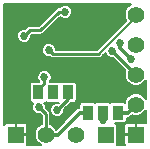
<source format=gbl>
G04 (created by PCBNEW (2013-may-18)-stable) date Wed 11 Feb 2015 08:06:24 PM EST*
%MOIN*%
G04 Gerber Fmt 3.4, Leading zero omitted, Abs format*
%FSLAX34Y34*%
G01*
G70*
G90*
G04 APERTURE LIST*
%ADD10C,0.00590551*%
%ADD11R,0.055X0.055*%
%ADD12C,0.055*%
%ADD13R,0.038X0.05*%
%ADD14C,0.027*%
%ADD15C,0.009*%
%ADD16C,0.012*%
%ADD17C,0.007*%
%ADD18C,0.01*%
%ADD19C,0.006*%
G04 APERTURE END LIST*
G54D10*
G54D11*
X77759Y-64311D03*
G54D12*
X77759Y-63311D03*
X77759Y-62311D03*
X77759Y-61311D03*
X77759Y-60311D03*
G54D11*
X76759Y-64311D03*
G54D12*
X75759Y-64311D03*
G54D11*
X73759Y-64311D03*
G54D12*
X74759Y-64311D03*
G54D13*
X77157Y-63586D03*
X76657Y-63586D03*
X76157Y-63586D03*
X75503Y-62893D03*
X75003Y-62893D03*
X74503Y-62893D03*
G54D14*
X76976Y-61523D03*
X74519Y-63401D03*
X74858Y-61500D03*
X75086Y-63944D03*
X77267Y-63000D03*
X77023Y-62110D03*
X73547Y-60929D03*
X74039Y-62854D03*
X74602Y-61913D03*
X76673Y-63039D03*
X75838Y-62358D03*
X73610Y-60377D03*
X74472Y-60574D03*
X76665Y-63834D03*
X75133Y-63496D03*
X75007Y-62866D03*
X74712Y-62401D03*
X75409Y-60220D03*
X74039Y-61015D03*
X77224Y-61263D03*
X77606Y-61799D03*
G54D15*
X76976Y-61523D02*
X76976Y-61527D01*
X76976Y-61527D02*
X77759Y-62311D01*
X74759Y-64311D02*
X74759Y-63641D01*
X74759Y-63641D02*
X74519Y-63401D01*
G54D16*
X76157Y-63586D02*
X75889Y-63586D01*
X75165Y-64311D02*
X74759Y-64311D01*
X75889Y-63586D02*
X75165Y-64311D01*
G54D17*
X76515Y-61629D02*
X77759Y-60385D01*
G54D15*
X74858Y-61500D02*
X74988Y-61629D01*
X74988Y-61629D02*
X76515Y-61629D01*
G54D17*
X77759Y-60385D02*
X77759Y-60311D01*
G54D15*
X77267Y-63000D02*
X77267Y-62354D01*
X77267Y-62354D02*
X77023Y-62110D01*
X74039Y-62854D02*
X74039Y-62476D01*
X74039Y-62476D02*
X74602Y-61913D01*
G54D18*
X76673Y-63039D02*
X76519Y-63039D01*
X76519Y-63039D02*
X75838Y-62358D01*
G54D16*
X74275Y-60377D02*
X73610Y-60377D01*
X74472Y-60574D02*
X74275Y-60377D01*
G54D15*
X76657Y-63826D02*
X76657Y-63586D01*
X76665Y-63834D02*
X76657Y-63826D01*
X75503Y-63125D02*
X75503Y-62893D01*
X75133Y-63496D02*
X75503Y-63125D01*
X75003Y-62870D02*
X75003Y-62893D01*
X75007Y-62866D02*
X75003Y-62870D01*
X74503Y-62811D02*
X74503Y-62893D01*
X74712Y-62602D02*
X74503Y-62811D01*
X74712Y-62401D02*
X74712Y-62602D01*
G54D16*
X77157Y-63586D02*
X77484Y-63586D01*
X77484Y-63586D02*
X77759Y-63311D01*
G54D18*
X75188Y-60220D02*
X75409Y-60220D01*
X74578Y-60830D02*
X75188Y-60220D01*
X74224Y-60830D02*
X74578Y-60830D01*
X74039Y-61015D02*
X74224Y-60830D01*
G54D16*
X77224Y-61263D02*
X77224Y-61421D01*
X77224Y-61421D02*
X77228Y-61421D01*
X77228Y-61421D02*
X77606Y-61799D01*
G54D10*
G36*
X78089Y-63125D02*
X78077Y-63098D01*
X77972Y-62993D01*
X77834Y-62936D01*
X77685Y-62935D01*
X77547Y-62992D01*
X77442Y-63098D01*
X77384Y-63236D01*
X77384Y-63243D01*
X77367Y-63236D01*
X77327Y-63236D01*
X76947Y-63236D01*
X76910Y-63251D01*
X76907Y-63255D01*
X76904Y-63251D01*
X76867Y-63236D01*
X76827Y-63236D01*
X76447Y-63236D01*
X76410Y-63251D01*
X76407Y-63255D01*
X76404Y-63251D01*
X76367Y-63236D01*
X76327Y-63236D01*
X75947Y-63236D01*
X75910Y-63251D01*
X75882Y-63279D01*
X75867Y-63316D01*
X75867Y-63356D01*
X75867Y-63431D01*
X75828Y-63438D01*
X75776Y-63473D01*
X75099Y-64150D01*
X75077Y-64098D01*
X74972Y-63993D01*
X74904Y-63965D01*
X74904Y-63641D01*
X74895Y-63595D01*
X74893Y-63586D01*
X74893Y-63586D01*
X74862Y-63539D01*
X74862Y-63539D01*
X74754Y-63431D01*
X74754Y-63355D01*
X74719Y-63268D01*
X74694Y-63243D01*
X74713Y-63243D01*
X74750Y-63228D01*
X74753Y-63225D01*
X74757Y-63228D01*
X74793Y-63243D01*
X74833Y-63243D01*
X75181Y-63243D01*
X75163Y-63261D01*
X75087Y-63261D01*
X75000Y-63296D01*
X74934Y-63362D01*
X74898Y-63449D01*
X74898Y-63542D01*
X74934Y-63629D01*
X75000Y-63695D01*
X75086Y-63731D01*
X75180Y-63731D01*
X75266Y-63695D01*
X75332Y-63629D01*
X75368Y-63543D01*
X75368Y-63466D01*
X75591Y-63243D01*
X75713Y-63243D01*
X75750Y-63228D01*
X75778Y-63200D01*
X75793Y-63163D01*
X75793Y-63123D01*
X75793Y-62623D01*
X75778Y-62587D01*
X75750Y-62558D01*
X75713Y-62543D01*
X75674Y-62543D01*
X75294Y-62543D01*
X75257Y-62558D01*
X75253Y-62562D01*
X75250Y-62558D01*
X75213Y-62543D01*
X75174Y-62543D01*
X74902Y-62543D01*
X74911Y-62534D01*
X74947Y-62448D01*
X74947Y-62355D01*
X74911Y-62268D01*
X74845Y-62202D01*
X74759Y-62166D01*
X74666Y-62166D01*
X74579Y-62202D01*
X74513Y-62268D01*
X74477Y-62354D01*
X74477Y-62448D01*
X74513Y-62534D01*
X74522Y-62543D01*
X74294Y-62543D01*
X74257Y-62558D01*
X74229Y-62586D01*
X74213Y-62623D01*
X74213Y-62663D01*
X74213Y-63163D01*
X74229Y-63200D01*
X74257Y-63228D01*
X74293Y-63243D01*
X74333Y-63243D01*
X74345Y-63243D01*
X74320Y-63268D01*
X74284Y-63354D01*
X74284Y-63448D01*
X74320Y-63534D01*
X74386Y-63600D01*
X74472Y-63636D01*
X74549Y-63636D01*
X74614Y-63701D01*
X74614Y-63965D01*
X74547Y-63992D01*
X74442Y-64098D01*
X74384Y-64236D01*
X74384Y-64385D01*
X74441Y-64523D01*
X74547Y-64628D01*
X74584Y-64644D01*
X74129Y-64644D01*
X74144Y-64608D01*
X74144Y-64564D01*
X74144Y-64057D01*
X74144Y-64014D01*
X74128Y-63973D01*
X74097Y-63942D01*
X74056Y-63926D01*
X73797Y-63926D01*
X73769Y-63953D01*
X73769Y-64301D01*
X74117Y-64301D01*
X74144Y-64273D01*
X74144Y-64057D01*
X74144Y-64564D01*
X74144Y-64348D01*
X74117Y-64321D01*
X73769Y-64321D01*
X73769Y-64328D01*
X73749Y-64328D01*
X73749Y-64321D01*
X73741Y-64321D01*
X73741Y-64301D01*
X73749Y-64301D01*
X73749Y-63953D01*
X73722Y-63926D01*
X73463Y-63926D01*
X73422Y-63942D01*
X73391Y-63973D01*
X73379Y-64002D01*
X73379Y-59970D01*
X77603Y-59970D01*
X77547Y-59992D01*
X77442Y-60098D01*
X77384Y-60236D01*
X77384Y-60385D01*
X77438Y-60515D01*
X76469Y-61484D01*
X75644Y-61484D01*
X75644Y-60173D01*
X75608Y-60087D01*
X75542Y-60021D01*
X75456Y-59985D01*
X75362Y-59985D01*
X75276Y-60021D01*
X75227Y-60070D01*
X75188Y-60070D01*
X75131Y-60081D01*
X75082Y-60114D01*
X74516Y-60680D01*
X74224Y-60680D01*
X74167Y-60692D01*
X74118Y-60724D01*
X74118Y-60724D01*
X74062Y-60780D01*
X73992Y-60780D01*
X73906Y-60816D01*
X73840Y-60882D01*
X73804Y-60968D01*
X73804Y-61062D01*
X73840Y-61148D01*
X73906Y-61214D01*
X73992Y-61250D01*
X74085Y-61250D01*
X74172Y-61215D01*
X74238Y-61149D01*
X74274Y-61062D01*
X74274Y-60992D01*
X74286Y-60980D01*
X74578Y-60980D01*
X74636Y-60969D01*
X74636Y-60969D01*
X74684Y-60936D01*
X75239Y-60382D01*
X75276Y-60419D01*
X75362Y-60455D01*
X75455Y-60455D01*
X75542Y-60419D01*
X75608Y-60353D01*
X75644Y-60267D01*
X75644Y-60173D01*
X75644Y-61484D01*
X75093Y-61484D01*
X75093Y-61453D01*
X75057Y-61367D01*
X74991Y-61300D01*
X74905Y-61265D01*
X74811Y-61264D01*
X74725Y-61300D01*
X74659Y-61366D01*
X74623Y-61453D01*
X74623Y-61546D01*
X74658Y-61632D01*
X74724Y-61699D01*
X74811Y-61734D01*
X74889Y-61735D01*
X74917Y-61753D01*
X74932Y-61763D01*
X74932Y-61763D01*
X74988Y-61774D01*
X76515Y-61774D01*
X76571Y-61763D01*
X76618Y-61732D01*
X76646Y-61689D01*
X76748Y-61587D01*
X76777Y-61656D01*
X76843Y-61722D01*
X76929Y-61758D01*
X77002Y-61758D01*
X77412Y-62169D01*
X77384Y-62236D01*
X77384Y-62385D01*
X77441Y-62523D01*
X77547Y-62628D01*
X77684Y-62685D01*
X77834Y-62686D01*
X77971Y-62629D01*
X78077Y-62523D01*
X78089Y-62496D01*
X78089Y-63125D01*
X78089Y-63125D01*
G37*
G54D19*
X78089Y-63125D02*
X78077Y-63098D01*
X77972Y-62993D01*
X77834Y-62936D01*
X77685Y-62935D01*
X77547Y-62992D01*
X77442Y-63098D01*
X77384Y-63236D01*
X77384Y-63243D01*
X77367Y-63236D01*
X77327Y-63236D01*
X76947Y-63236D01*
X76910Y-63251D01*
X76907Y-63255D01*
X76904Y-63251D01*
X76867Y-63236D01*
X76827Y-63236D01*
X76447Y-63236D01*
X76410Y-63251D01*
X76407Y-63255D01*
X76404Y-63251D01*
X76367Y-63236D01*
X76327Y-63236D01*
X75947Y-63236D01*
X75910Y-63251D01*
X75882Y-63279D01*
X75867Y-63316D01*
X75867Y-63356D01*
X75867Y-63431D01*
X75828Y-63438D01*
X75776Y-63473D01*
X75099Y-64150D01*
X75077Y-64098D01*
X74972Y-63993D01*
X74904Y-63965D01*
X74904Y-63641D01*
X74895Y-63595D01*
X74893Y-63586D01*
X74893Y-63586D01*
X74862Y-63539D01*
X74862Y-63539D01*
X74754Y-63431D01*
X74754Y-63355D01*
X74719Y-63268D01*
X74694Y-63243D01*
X74713Y-63243D01*
X74750Y-63228D01*
X74753Y-63225D01*
X74757Y-63228D01*
X74793Y-63243D01*
X74833Y-63243D01*
X75181Y-63243D01*
X75163Y-63261D01*
X75087Y-63261D01*
X75000Y-63296D01*
X74934Y-63362D01*
X74898Y-63449D01*
X74898Y-63542D01*
X74934Y-63629D01*
X75000Y-63695D01*
X75086Y-63731D01*
X75180Y-63731D01*
X75266Y-63695D01*
X75332Y-63629D01*
X75368Y-63543D01*
X75368Y-63466D01*
X75591Y-63243D01*
X75713Y-63243D01*
X75750Y-63228D01*
X75778Y-63200D01*
X75793Y-63163D01*
X75793Y-63123D01*
X75793Y-62623D01*
X75778Y-62587D01*
X75750Y-62558D01*
X75713Y-62543D01*
X75674Y-62543D01*
X75294Y-62543D01*
X75257Y-62558D01*
X75253Y-62562D01*
X75250Y-62558D01*
X75213Y-62543D01*
X75174Y-62543D01*
X74902Y-62543D01*
X74911Y-62534D01*
X74947Y-62448D01*
X74947Y-62355D01*
X74911Y-62268D01*
X74845Y-62202D01*
X74759Y-62166D01*
X74666Y-62166D01*
X74579Y-62202D01*
X74513Y-62268D01*
X74477Y-62354D01*
X74477Y-62448D01*
X74513Y-62534D01*
X74522Y-62543D01*
X74294Y-62543D01*
X74257Y-62558D01*
X74229Y-62586D01*
X74213Y-62623D01*
X74213Y-62663D01*
X74213Y-63163D01*
X74229Y-63200D01*
X74257Y-63228D01*
X74293Y-63243D01*
X74333Y-63243D01*
X74345Y-63243D01*
X74320Y-63268D01*
X74284Y-63354D01*
X74284Y-63448D01*
X74320Y-63534D01*
X74386Y-63600D01*
X74472Y-63636D01*
X74549Y-63636D01*
X74614Y-63701D01*
X74614Y-63965D01*
X74547Y-63992D01*
X74442Y-64098D01*
X74384Y-64236D01*
X74384Y-64385D01*
X74441Y-64523D01*
X74547Y-64628D01*
X74584Y-64644D01*
X74129Y-64644D01*
X74144Y-64608D01*
X74144Y-64564D01*
X74144Y-64057D01*
X74144Y-64014D01*
X74128Y-63973D01*
X74097Y-63942D01*
X74056Y-63926D01*
X73797Y-63926D01*
X73769Y-63953D01*
X73769Y-64301D01*
X74117Y-64301D01*
X74144Y-64273D01*
X74144Y-64057D01*
X74144Y-64564D01*
X74144Y-64348D01*
X74117Y-64321D01*
X73769Y-64321D01*
X73769Y-64328D01*
X73749Y-64328D01*
X73749Y-64321D01*
X73741Y-64321D01*
X73741Y-64301D01*
X73749Y-64301D01*
X73749Y-63953D01*
X73722Y-63926D01*
X73463Y-63926D01*
X73422Y-63942D01*
X73391Y-63973D01*
X73379Y-64002D01*
X73379Y-59970D01*
X77603Y-59970D01*
X77547Y-59992D01*
X77442Y-60098D01*
X77384Y-60236D01*
X77384Y-60385D01*
X77438Y-60515D01*
X76469Y-61484D01*
X75644Y-61484D01*
X75644Y-60173D01*
X75608Y-60087D01*
X75542Y-60021D01*
X75456Y-59985D01*
X75362Y-59985D01*
X75276Y-60021D01*
X75227Y-60070D01*
X75188Y-60070D01*
X75131Y-60081D01*
X75082Y-60114D01*
X74516Y-60680D01*
X74224Y-60680D01*
X74167Y-60692D01*
X74118Y-60724D01*
X74118Y-60724D01*
X74062Y-60780D01*
X73992Y-60780D01*
X73906Y-60816D01*
X73840Y-60882D01*
X73804Y-60968D01*
X73804Y-61062D01*
X73840Y-61148D01*
X73906Y-61214D01*
X73992Y-61250D01*
X74085Y-61250D01*
X74172Y-61215D01*
X74238Y-61149D01*
X74274Y-61062D01*
X74274Y-60992D01*
X74286Y-60980D01*
X74578Y-60980D01*
X74636Y-60969D01*
X74636Y-60969D01*
X74684Y-60936D01*
X75239Y-60382D01*
X75276Y-60419D01*
X75362Y-60455D01*
X75455Y-60455D01*
X75542Y-60419D01*
X75608Y-60353D01*
X75644Y-60267D01*
X75644Y-60173D01*
X75644Y-61484D01*
X75093Y-61484D01*
X75093Y-61453D01*
X75057Y-61367D01*
X74991Y-61300D01*
X74905Y-61265D01*
X74811Y-61264D01*
X74725Y-61300D01*
X74659Y-61366D01*
X74623Y-61453D01*
X74623Y-61546D01*
X74658Y-61632D01*
X74724Y-61699D01*
X74811Y-61734D01*
X74889Y-61735D01*
X74917Y-61753D01*
X74932Y-61763D01*
X74932Y-61763D01*
X74988Y-61774D01*
X76515Y-61774D01*
X76571Y-61763D01*
X76618Y-61732D01*
X76646Y-61689D01*
X76748Y-61587D01*
X76777Y-61656D01*
X76843Y-61722D01*
X76929Y-61758D01*
X77002Y-61758D01*
X77412Y-62169D01*
X77384Y-62236D01*
X77384Y-62385D01*
X77441Y-62523D01*
X77547Y-62628D01*
X77684Y-62685D01*
X77834Y-62686D01*
X77971Y-62629D01*
X78077Y-62523D01*
X78089Y-62496D01*
X78089Y-63125D01*
G54D10*
G36*
X78089Y-63939D02*
X78056Y-63926D01*
X78013Y-63926D01*
X77797Y-63926D01*
X77769Y-63953D01*
X77769Y-64301D01*
X77777Y-64301D01*
X77777Y-64321D01*
X77769Y-64321D01*
X77769Y-64328D01*
X77749Y-64328D01*
X77749Y-64321D01*
X77749Y-64301D01*
X77749Y-63953D01*
X77722Y-63926D01*
X77506Y-63926D01*
X77462Y-63926D01*
X77422Y-63942D01*
X77391Y-63973D01*
X77374Y-64014D01*
X77374Y-64273D01*
X77402Y-64301D01*
X77749Y-64301D01*
X77749Y-64321D01*
X77402Y-64321D01*
X77374Y-64348D01*
X77374Y-64607D01*
X77389Y-64644D01*
X77118Y-64644D01*
X77119Y-64642D01*
X77134Y-64606D01*
X77134Y-64566D01*
X77134Y-64016D01*
X77119Y-63979D01*
X77091Y-63951D01*
X77056Y-63936D01*
X77367Y-63936D01*
X77404Y-63921D01*
X77432Y-63893D01*
X77447Y-63856D01*
X77447Y-63816D01*
X77447Y-63746D01*
X77484Y-63746D01*
X77545Y-63734D01*
X77545Y-63734D01*
X77597Y-63699D01*
X77632Y-63664D01*
X77684Y-63685D01*
X77834Y-63686D01*
X77971Y-63629D01*
X78077Y-63523D01*
X78089Y-63496D01*
X78089Y-63939D01*
X78089Y-63939D01*
G37*
G54D19*
X78089Y-63939D02*
X78056Y-63926D01*
X78013Y-63926D01*
X77797Y-63926D01*
X77769Y-63953D01*
X77769Y-64301D01*
X77777Y-64301D01*
X77777Y-64321D01*
X77769Y-64321D01*
X77769Y-64328D01*
X77749Y-64328D01*
X77749Y-64321D01*
X77749Y-64301D01*
X77749Y-63953D01*
X77722Y-63926D01*
X77506Y-63926D01*
X77462Y-63926D01*
X77422Y-63942D01*
X77391Y-63973D01*
X77374Y-64014D01*
X77374Y-64273D01*
X77402Y-64301D01*
X77749Y-64301D01*
X77749Y-64321D01*
X77402Y-64321D01*
X77374Y-64348D01*
X77374Y-64607D01*
X77389Y-64644D01*
X77118Y-64644D01*
X77119Y-64642D01*
X77134Y-64606D01*
X77134Y-64566D01*
X77134Y-64016D01*
X77119Y-63979D01*
X77091Y-63951D01*
X77056Y-63936D01*
X77367Y-63936D01*
X77404Y-63921D01*
X77432Y-63893D01*
X77447Y-63856D01*
X77447Y-63816D01*
X77447Y-63746D01*
X77484Y-63746D01*
X77545Y-63734D01*
X77545Y-63734D01*
X77597Y-63699D01*
X77632Y-63664D01*
X77684Y-63685D01*
X77834Y-63686D01*
X77971Y-63629D01*
X78077Y-63523D01*
X78089Y-63496D01*
X78089Y-63939D01*
M02*

</source>
